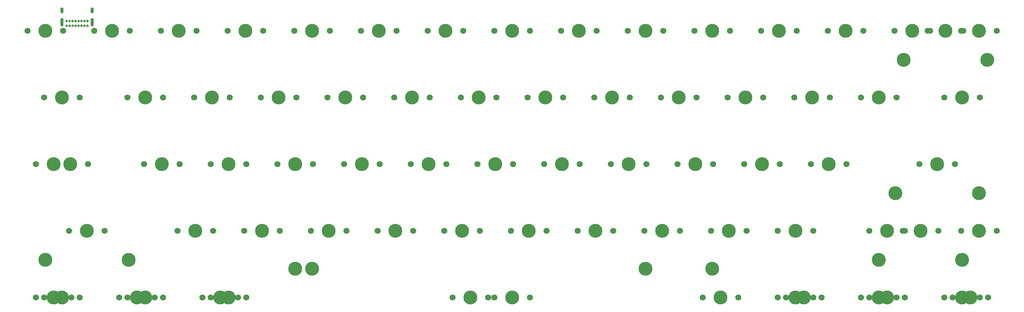
<source format=gbr>
%TF.GenerationSoftware,KiCad,Pcbnew,7.0.1*%
%TF.CreationDate,2023-03-31T22:15:08-04:00*%
%TF.ProjectId,PCB,5043422e-6b69-4636-9164-5f7063625858,rev?*%
%TF.SameCoordinates,Original*%
%TF.FileFunction,Soldermask,Top*%
%TF.FilePolarity,Negative*%
%FSLAX46Y46*%
G04 Gerber Fmt 4.6, Leading zero omitted, Abs format (unit mm)*
G04 Created by KiCad (PCBNEW 7.0.1) date 2023-03-31 22:15:08*
%MOMM*%
%LPD*%
G01*
G04 APERTURE LIST*
%ADD10C,1.750000*%
%ADD11C,3.987800*%
%ADD12C,0.700000*%
%ADD13O,0.900000X1.700000*%
%ADD14O,0.900000X2.400000*%
G04 APERTURE END LIST*
D10*
%TO.C,SW44*%
X84171250Y-85296250D03*
D11*
X89251250Y-85296250D03*
D10*
X94331250Y-85296250D03*
%TD*%
%TO.C,SW49*%
X179421250Y-85296250D03*
D11*
X184501250Y-85296250D03*
D10*
X189581250Y-85296250D03*
%TD*%
%TO.C,SW41*%
X277052500Y-66246250D03*
D11*
X282132500Y-66246250D03*
D10*
X287212500Y-66246250D03*
%TD*%
%TO.C,SW2*%
X41308750Y-28146250D03*
D11*
X46388750Y-28146250D03*
D10*
X51468750Y-28146250D03*
%TD*%
%TO.C,SW64*%
X74646250Y-104346250D03*
D11*
X79726250Y-104346250D03*
D10*
X84806250Y-104346250D03*
%TD*%
%TO.C,SW56*%
X72265000Y-104346250D03*
D11*
X77345000Y-104346250D03*
D10*
X82425000Y-104346250D03*
%TD*%
%TO.C,SW25*%
X222283750Y-47196250D03*
D11*
X227363750Y-47196250D03*
D10*
X232443750Y-47196250D03*
%TD*%
%TO.C,SW58*%
X215140000Y-104346250D03*
D11*
X220220000Y-104346250D03*
D10*
X225300000Y-104346250D03*
%TD*%
%TO.C,SW47*%
X141321250Y-85296250D03*
D11*
X146401250Y-85296250D03*
D10*
X151481250Y-85296250D03*
%TD*%
%TO.C,SW24*%
X203233750Y-47196250D03*
D11*
X208313750Y-47196250D03*
D10*
X213393750Y-47196250D03*
%TD*%
%TO.C,SW4*%
X79408750Y-28146250D03*
D11*
X84488750Y-28146250D03*
D10*
X89568750Y-28146250D03*
%TD*%
%TO.C,SW67*%
X260383750Y-104346250D03*
D11*
X265463750Y-104346250D03*
D10*
X270543750Y-104346250D03*
%TD*%
%TO.C,SW53*%
X272290000Y-85296250D03*
D11*
X277370000Y-85296250D03*
D10*
X282450000Y-85296250D03*
%TD*%
%TO.C,SW13*%
X250858750Y-28146250D03*
D11*
X255938750Y-28146250D03*
D10*
X261018750Y-28146250D03*
%TD*%
%TO.C,SW43*%
X65121250Y-85296250D03*
D11*
X70201250Y-85296250D03*
D10*
X75281250Y-85296250D03*
%TD*%
%TO.C,SW74*%
X262719375Y-85296250D03*
D11*
X267799375Y-85296250D03*
D10*
X272879375Y-85296250D03*
%TD*%
%TO.C,SW8*%
X155608750Y-28146250D03*
D11*
X160688750Y-28146250D03*
D10*
X165768750Y-28146250D03*
%TD*%
%TO.C,SW45*%
X103221250Y-85296250D03*
D11*
X108301250Y-85296250D03*
D10*
X113381250Y-85296250D03*
%TD*%
%TO.C,SW59*%
X262765000Y-104346250D03*
D11*
X267845000Y-104346250D03*
D10*
X272925000Y-104346250D03*
%TD*%
%TO.C,SW26*%
X241333750Y-47196250D03*
D11*
X246413750Y-47196250D03*
D10*
X251493750Y-47196250D03*
%TD*%
%TO.C,SW68*%
X284196250Y-104346250D03*
D11*
X289276250Y-104346250D03*
D10*
X294356250Y-104346250D03*
%TD*%
%TO.C,SW23*%
X184183750Y-47196250D03*
D11*
X189263750Y-47196250D03*
D10*
X194343750Y-47196250D03*
%TD*%
%TO.C,SW31*%
X74646250Y-66246250D03*
D11*
X79726250Y-66246250D03*
D10*
X84806250Y-66246250D03*
%TD*%
%TO.C,SW33*%
X112746250Y-66246250D03*
D11*
X117826250Y-66246250D03*
D10*
X122906250Y-66246250D03*
%TD*%
%TO.C,SW29*%
X29402500Y-66246250D03*
D11*
X34482500Y-66246250D03*
D10*
X39562500Y-66246250D03*
%TD*%
%TO.C,SW52*%
X236571250Y-85296250D03*
D11*
X241651250Y-85296250D03*
D10*
X246731250Y-85296250D03*
%TD*%
%TO.C,SW69*%
X24640000Y-66246250D03*
D11*
X29720000Y-66246250D03*
D10*
X34800000Y-66246250D03*
%TD*%
%TO.C,SW9*%
X174658750Y-28146250D03*
D11*
X179738750Y-28146250D03*
D10*
X184818750Y-28146250D03*
%TD*%
%TO.C,SW75*%
X288958750Y-85296250D03*
D11*
X294038750Y-85296250D03*
D10*
X299118750Y-85296250D03*
%TD*%
%TO.C,SW19*%
X107983750Y-47196250D03*
D11*
X113063750Y-47196250D03*
D10*
X118143750Y-47196250D03*
%TD*%
%TO.C,SW5*%
X98458750Y-28146250D03*
D11*
X103538750Y-28146250D03*
D10*
X108618750Y-28146250D03*
%TD*%
%TO.C,SW62*%
X27021250Y-104346250D03*
D11*
X32101250Y-104346250D03*
D10*
X37181250Y-104346250D03*
%TD*%
%TO.C,SW16*%
X50833750Y-47196250D03*
D11*
X55913750Y-47196250D03*
D10*
X60993750Y-47196250D03*
%TD*%
%TO.C,SW1*%
X22258750Y-28146250D03*
D11*
X27338750Y-28146250D03*
D10*
X32418750Y-28146250D03*
%TD*%
%TO.C,SW3*%
X60358750Y-28146250D03*
D11*
X65438750Y-28146250D03*
D10*
X70518750Y-28146250D03*
%TD*%
%TO.C,SW51*%
X217521250Y-85296250D03*
D11*
X222601250Y-85296250D03*
D10*
X227681250Y-85296250D03*
%TD*%
%TO.C,SW32*%
X93696250Y-66246250D03*
D11*
X98776250Y-66246250D03*
D10*
X103856250Y-66246250D03*
%TD*%
D11*
%TO.C,S6*%
X217838750Y-96091250D03*
X103538750Y-96091250D03*
%TD*%
D10*
%TO.C,SW42*%
X34165000Y-85296250D03*
D11*
X39245000Y-85296250D03*
D10*
X44325000Y-85296250D03*
%TD*%
%TO.C,SW12*%
X231808750Y-28146250D03*
D11*
X236888750Y-28146250D03*
D10*
X241968750Y-28146250D03*
%TD*%
%TO.C,SW15*%
X27021250Y-47196250D03*
D11*
X32101250Y-47196250D03*
D10*
X37181250Y-47196250D03*
%TD*%
%TO.C,SW18*%
X88933750Y-47196250D03*
D11*
X94013750Y-47196250D03*
D10*
X99093750Y-47196250D03*
%TD*%
%TO.C,SW20*%
X127033750Y-47196250D03*
D11*
X132113750Y-47196250D03*
D10*
X137193750Y-47196250D03*
%TD*%
%TO.C,SW11*%
X212758750Y-28146250D03*
D11*
X217838750Y-28146250D03*
D10*
X222918750Y-28146250D03*
%TD*%
%TO.C,SW30*%
X55596250Y-66246250D03*
D11*
X60676250Y-66246250D03*
D10*
X65756250Y-66246250D03*
%TD*%
%TO.C,SW17*%
X69883750Y-47196250D03*
D11*
X74963750Y-47196250D03*
D10*
X80043750Y-47196250D03*
%TD*%
D11*
%TO.C,S3*%
X265463750Y-93551250D03*
X289276250Y-93551250D03*
%TD*%
D10*
%TO.C,SW10*%
X193708750Y-28146250D03*
D11*
X198788750Y-28146250D03*
D10*
X203868750Y-28146250D03*
%TD*%
%TO.C,SW48*%
X160371250Y-85296250D03*
D11*
X165451250Y-85296250D03*
D10*
X170531250Y-85296250D03*
%TD*%
D11*
%TO.C,S2*%
X27338750Y-93551250D03*
X51151250Y-93551250D03*
%TD*%
D10*
%TO.C,SW38*%
X207996250Y-66246250D03*
D11*
X213076250Y-66246250D03*
D10*
X218156250Y-66246250D03*
%TD*%
%TO.C,SW14*%
X279433750Y-28146250D03*
D11*
X284513750Y-28146250D03*
D10*
X289593750Y-28146250D03*
%TD*%
%TO.C,SW40*%
X246096250Y-66246250D03*
D11*
X251176250Y-66246250D03*
D10*
X256256250Y-66246250D03*
%TD*%
%TO.C,SW22*%
X165133750Y-47196250D03*
D11*
X170213750Y-47196250D03*
D10*
X175293750Y-47196250D03*
%TD*%
%TO.C,SW39*%
X227046250Y-66246250D03*
D11*
X232126250Y-66246250D03*
D10*
X237206250Y-66246250D03*
%TD*%
%TO.C,SW66*%
X236571250Y-104346250D03*
D11*
X241651250Y-104346250D03*
D10*
X246731250Y-104346250D03*
%TD*%
%TO.C,SW60*%
X286577500Y-104346250D03*
D11*
X291657500Y-104346250D03*
D10*
X296737500Y-104346250D03*
%TD*%
D11*
%TO.C,S4*%
X270226250Y-74501250D03*
X294038750Y-74501250D03*
%TD*%
D10*
%TO.C,SW7*%
X136558750Y-28146250D03*
D11*
X141638750Y-28146250D03*
D10*
X146718750Y-28146250D03*
%TD*%
%TO.C,SW37*%
X188946250Y-66246250D03*
D11*
X194026250Y-66246250D03*
D10*
X199106250Y-66246250D03*
%TD*%
%TO.C,SW65*%
X155608750Y-104346250D03*
D11*
X160688750Y-104346250D03*
D10*
X165768750Y-104346250D03*
%TD*%
%TO.C,SW21*%
X146083750Y-47196250D03*
D11*
X151163750Y-47196250D03*
D10*
X156243750Y-47196250D03*
%TD*%
%TO.C,SW70*%
X288958750Y-28146250D03*
D11*
X294038750Y-28146250D03*
D10*
X299118750Y-28146250D03*
%TD*%
%TO.C,SW50*%
X198471250Y-85296250D03*
D11*
X203551250Y-85296250D03*
D10*
X208631250Y-85296250D03*
%TD*%
%TO.C,SW61*%
X238952500Y-104346250D03*
D11*
X244032500Y-104346250D03*
D10*
X249112500Y-104346250D03*
%TD*%
%TO.C,SW55*%
X48452500Y-104346250D03*
D11*
X53532500Y-104346250D03*
D10*
X58612500Y-104346250D03*
%TD*%
%TO.C,SW34*%
X131796250Y-66246250D03*
D11*
X136876250Y-66246250D03*
D10*
X141956250Y-66246250D03*
%TD*%
%TO.C,SW63*%
X50833750Y-104346250D03*
D11*
X55913750Y-104346250D03*
D10*
X60993750Y-104346250D03*
%TD*%
%TO.C,SW36*%
X169896250Y-66246250D03*
D11*
X174976250Y-66246250D03*
D10*
X180056250Y-66246250D03*
%TD*%
D11*
%TO.C,S1*%
X198788750Y-96091250D03*
X98776250Y-96091250D03*
%TD*%
%TO.C,S5*%
X272607500Y-36401250D03*
X296420000Y-36401250D03*
%TD*%
D10*
%TO.C,SW71*%
X269908750Y-28146250D03*
D11*
X274988750Y-28146250D03*
D10*
X280068750Y-28146250D03*
%TD*%
%TO.C,SW28*%
X284196250Y-47196250D03*
D11*
X289276250Y-47196250D03*
D10*
X294356250Y-47196250D03*
%TD*%
%TO.C,SW35*%
X150846250Y-66246250D03*
D11*
X155926250Y-66246250D03*
D10*
X161006250Y-66246250D03*
%TD*%
%TO.C,SW27*%
X260383750Y-47196250D03*
D11*
X265463750Y-47196250D03*
D10*
X270543750Y-47196250D03*
%TD*%
%TO.C,SW57*%
X143702500Y-104346250D03*
D11*
X148782500Y-104346250D03*
D10*
X153862500Y-104346250D03*
%TD*%
%TO.C,SW46*%
X122271250Y-85296250D03*
D11*
X127351250Y-85296250D03*
D10*
X132431250Y-85296250D03*
%TD*%
%TO.C,SW54*%
X24640000Y-104346250D03*
D11*
X29720000Y-104346250D03*
D10*
X34800000Y-104346250D03*
%TD*%
%TO.C,SW6*%
X117508750Y-28146250D03*
D11*
X122588750Y-28146250D03*
D10*
X127668750Y-28146250D03*
%TD*%
D12*
%TO.C,J1*%
X33441875Y-26649375D03*
X34291875Y-26649375D03*
X35141875Y-26649375D03*
X35991875Y-26649375D03*
X36841875Y-26649375D03*
X37691875Y-26649375D03*
X38541875Y-26649375D03*
X39391875Y-26649375D03*
X39391875Y-25299375D03*
X38541875Y-25299375D03*
X37691875Y-25299375D03*
X36841875Y-25299375D03*
X35991875Y-25299375D03*
X35141875Y-25299375D03*
X34291875Y-25299375D03*
X33441875Y-25299375D03*
D13*
X32091875Y-22289375D03*
D14*
X32091875Y-25669375D03*
D13*
X40741875Y-22289375D03*
D14*
X40741875Y-25669375D03*
%TD*%
M02*

</source>
